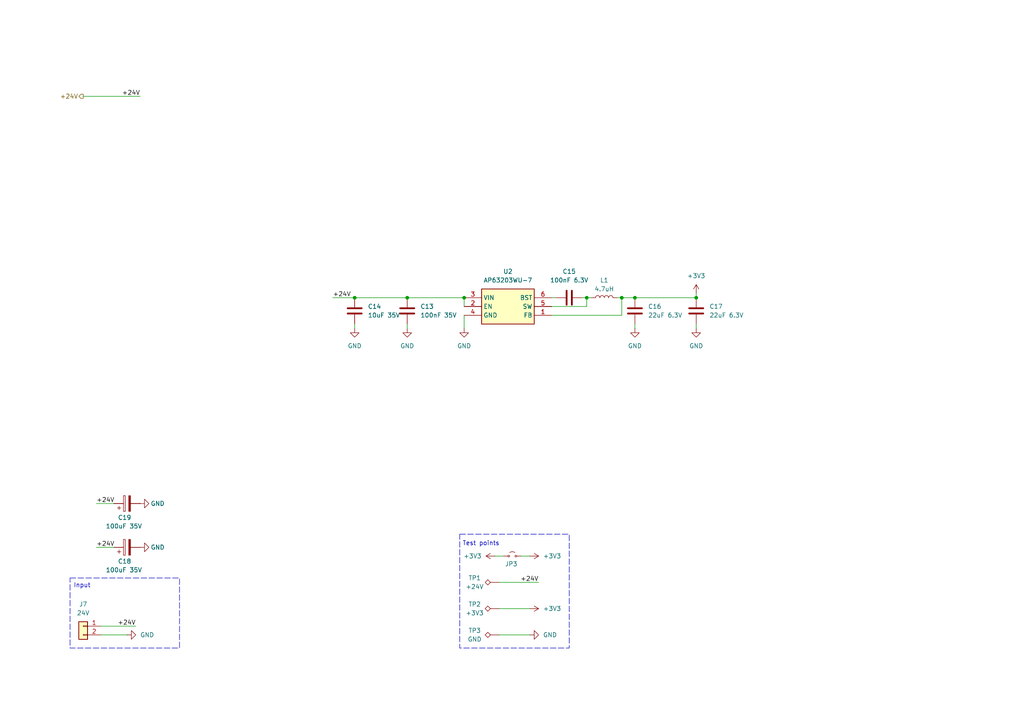
<source format=kicad_sch>
(kicad_sch (version 20231120) (generator "eeschema") (generator_version "8.0")
  (paper "A4")
  (title_block (title "ESPHome Cover PCB") (date "2024-05-12") (rev "1") (company "Tim"))
  (lib_symbols
    (symbol "Connector:TestPoint_Alt" (pin_numbers hide) (pin_names (offset 0.762) hide)
      (property "Reference" "TP" (at 0 6.858 0))
      (property "Value" "TestPoint_Alt" (at 0 5.08 0))
      (symbol "TestPoint_Alt_0_1"
        (polyline (pts (xy 0 2.54) (xy -0.762 3.302) (xy 0 4.064) (xy 0.762 3.302) (xy 0 2.54)))
      )
      (symbol "TestPoint_Alt_1_1"
        (pin passive line (at 0 0 90) (length 2.54) (name "1") (number "1"))
      )
    )
    (symbol "Connector_Generic:Conn_01x02" (pin_names (offset 1.016) hide)
      (property "Reference" "J" (at 0 2.54 0))
      (property "Value" "Conn_01x02" (at 0 -5.08 0))
      (symbol "Conn_01x02_1_1"
        (rectangle (start -1.27 -2.413) (end 0 -2.667) (stroke (width 0.1524)))
        (rectangle (start -1.27 0.127) (end 0 -0.127) (stroke (width 0.1524)))
        (rectangle (start -1.27 1.27) (end 1.27 -3.81) (stroke (width 0.254)) (fill (type background)))
        (pin passive line (at -5.08 0 0) (length 3.81) (name "Pin_1") (number "1"))
        (pin passive line (at -5.08 -2.54 0) (length 3.81) (name "Pin_2") (number "2"))
      )
    )
    (symbol "Device:C" (pin_numbers hide) (pin_names (offset 0.254))
      (property "Reference" "C" (at 0.635 2.54 0))
      (property "Value" "C" (at 0.635 -2.54 0))
      (symbol "C_0_1"
        (polyline (pts (xy -2.032 -0.762) (xy 2.032 -0.762)) (stroke (width 0.508)))
        (polyline (pts (xy -2.032 0.762) (xy 2.032 0.762)) (stroke (width 0.508)))
      )
      (symbol "C_1_1"
        (pin passive line (at 0 3.81 270) (length 2.794) (name "~") (number "1"))
        (pin passive line (at 0 -3.81 90) (length 2.794) (name "~") (number "2"))
      )
    )
    (symbol "Device:C_Polarized" (pin_numbers hide) (pin_names (offset 0.254))
      (property "Reference" "C" (at 0.635 2.54 0))
      (property "Value" "C_Polarized" (at 0.635 -2.54 0))
      (symbol "C_Polarized_0_1"
        (rectangle (start -2.286 0.508) (end 2.286 1.016))
        (polyline (pts (xy -1.778 2.286) (xy -0.762 2.286)))
        (polyline (pts (xy -1.27 2.794) (xy -1.27 1.778)))
        (rectangle (start 2.286 -0.508) (end -2.286 -1.016) (fill (type outline)))
      )
      (symbol "C_Polarized_1_1"
        (pin passive line (at 0 3.81 270) (length 2.794) (name "~") (number "1"))
        (pin passive line (at 0 -3.81 90) (length 2.794) (name "~") (number "2"))
      )
    )
    (symbol "Device:L" (pin_numbers hide) (pin_names (offset 1.016) hide)
      (property "Reference" "L" (at -1.27 0 90))
      (property "Value" "L" (at 1.905 0 90))
      (symbol "L_0_1"
        (arc (start 0 -2.54) (mid 0.6323 -1.905) (end 0 -1.27))
        (arc (start 0 -1.27) (mid 0.6323 -0.635) (end 0 0))
        (arc (start 0 0) (mid 0.6323 0.635) (end 0 1.27))
        (arc (start 0 1.27) (mid 0.6323 1.905) (end 0 2.54))
      )
      (symbol "L_1_1"
        (pin passive line (at 0 3.81 270) (length 1.27) (name "1") (number "1"))
        (pin passive line (at 0 -3.81 90) (length 1.27) (name "2") (number "2"))
      )
    )
    (symbol "Jumper:Jumper_2_Small_Open" (pin_numbers hide) (pin_names (offset 0) hide) (exclude_from_sim yes)
      (property "Reference" "JP" (at 0 2.794 0))
      (property "Value" "Jumper_2_Small_Open" (at 0 -2.286 0))
      (symbol "Jumper_2_Small_Open_0_0"
        (circle (center -1.016 0) (radius 0.254))
        (circle (center 1.016 0) (radius 0.254))
      )
      (symbol "Jumper_2_Small_Open_0_1"
        (arc (start 0.762 1.0196) (mid 0 1.2729) (end -0.762 1.0196))
      )
      (symbol "Jumper_2_Small_Open_1_1"
        (pin passive line (at -2.54 0 0) (length 1.27) (name "A") (number "1"))
        (pin passive line (at 2.54 0 180) (length 1.27) (name "B") (number "2"))
      )
    )
    (symbol "SamacSys_Parts:AP63203WU-7"
      (property "Reference" "U" (at 7.366 7.112 0))
      (property "Value" "AP63203WU-7" (at 7.366 4.572 0))
      (symbol "AP63203WU-7_1_1"
        (rectangle (start 5.08 2.54) (end 20.32 -7.62) (stroke (width 0.254)) (fill (type background)))
        (pin power_out line (at 25.4 -5.08 180) (length 5.08) (name "FB") (number "1"))
        (pin input line (at 0 -2.54 0) (length 5.08) (name "EN") (number "2"))
        (pin power_in line (at 0 0 0) (length 5.08) (name "VIN") (number "3"))
        (pin power_in line (at 0 -5.08 0) (length 5.08) (name "GND") (number "4"))
        (pin output line (at 25.4 -2.54 180) (length 5.08) (name "SW") (number "5"))
        (pin passive line (at 25.4 0 180) (length 5.08) (name "BST") (number "6"))
      )
    )
    (symbol "power:+3V3" (power) (pin_numbers hide) (pin_names (offset 0) hide)
      (property "Value" "+3V3" (at 0 3.556 0))
      (symbol "+3V3_0_1"
        (polyline (pts (xy -0.762 1.27) (xy 0 2.54)))
        (polyline (pts (xy 0 0) (xy 0 2.54)))
        (polyline (pts (xy 0 2.54) (xy 0.762 1.27)))
      )
      (symbol "+3V3_1_1"
        (pin power_in line (at 0 0 90) (length 0) (name "~") (number "1"))
      )
    )
    (symbol "power:GND" (power) (pin_numbers hide) (pin_names (offset 0) hide)
      (property "Value" "GND" (at 0 -3.81 0))
      (symbol "GND_0_1"
        (polyline (pts (xy 0 0) (xy 0 -1.27) (xy 1.27 -1.27) (xy 0 -2.54) (xy -1.27 -1.27) (xy 0 -1.27)))
      )
      (symbol "GND_1_1"
        (pin power_in line (at 0 0 270) (length 0) (name "~") (number "1"))
      )
    )
  )
  (junction (at 134.62 86.36))
  (junction (at 184.15 86.36))
  (junction (at 170.18 86.36))
  (junction (at 201.93 86.36))
  (junction (at 118.11 86.36))
  (junction (at 180.34 86.36))
  (junction (at 102.87 86.36))
  (wire (pts (xy 144.78 168.91) (xy 156.21 168.91)))
  (wire (pts (xy 170.18 88.9) (xy 170.18 86.36)))
  (wire (pts (xy 144.78 176.53) (xy 153.67 176.53)))
  (wire (pts (xy 143.51 161.29) (xy 146.05 161.29)))
  (wire (pts (xy 180.34 86.36) (xy 179.07 86.36)))
  (wire (pts (xy 27.94 146.05) (xy 33.02 146.05)))
  (wire (pts (xy 118.11 93.98) (xy 118.11 95.25)))
  (wire (pts (xy 170.18 86.36) (xy 168.91 86.36)))
  (wire (pts (xy 170.18 86.36) (xy 171.45 86.36)))
  (wire (pts (xy 27.94 158.75) (xy 33.02 158.75)))
  (wire (pts (xy 102.87 93.98) (xy 102.87 95.25)))
  (wire (pts (xy 134.62 91.44) (xy 134.62 95.25)))
  (wire (pts (xy 201.93 93.98) (xy 201.93 95.25)))
  (wire (pts (xy 160.02 91.44) (xy 180.34 91.44)))
  (wire (pts (xy 102.87 86.36) (xy 118.11 86.36)))
  (wire (pts (xy 184.15 86.36) (xy 180.34 86.36)))
  (wire (pts (xy 134.62 86.36) (xy 134.62 88.9)))
  (wire (pts (xy 144.78 184.15) (xy 153.67 184.15)))
  (wire (pts (xy 184.15 86.36) (xy 201.93 86.36)))
  (wire (pts (xy 24.13 27.94) (xy 40.64 27.94)))
  (wire (pts (xy 29.21 184.15) (xy 36.83 184.15)))
  (wire (pts (xy 201.93 85.09) (xy 201.93 86.36)))
  (wire (pts (xy 160.02 86.36) (xy 161.29 86.36)))
  (wire (pts (xy 160.02 88.9) (xy 170.18 88.9)))
  (wire (pts (xy 96.52 86.36) (xy 102.87 86.36)))
  (wire (pts (xy 180.34 91.44) (xy 180.34 86.36)))
  (wire (pts (xy 184.15 93.98) (xy 184.15 95.25)))
  (wire (pts (xy 151.13 161.29) (xy 153.67 161.29)))
  (wire (pts (xy 29.21 181.61) (xy 39.37 181.61)))
  (wire (pts (xy 118.11 86.36) (xy 134.62 86.36)))
  (rectangle (start 20.32 167.64) (end 52.07 187.96) (stroke (width 0) (type dash)))
  (rectangle (start 133.35 154.94) (end 165.1 187.96) (stroke (width 0) (type dash)))
  (text "Input" (at 21.336 169.164 0) (effects (font (size 1.27 1.27)) (justify left top)))
  (text "Test points" (at 134.112 156.972 0) (effects (font (size 1.27 1.27)) (justify left top)))
  (label "+24V" (at 96.52 86.36 0))
  (label "+24V" (at 156.21 168.91 180))
  (label "+24V" (at 39.37 181.61 180))
  (label "+24V" (at 27.94 146.05 0))
  (label "+24V" (at 40.64 27.94 180))
  (label "+24V" (at 27.94 158.75 0))
  (hierarchical_label "+24V" (shape output) (at 24.13 27.94 180))
  (symbol (lib_id "Device:C_Polarized") (at 36.83 146.05 90) (unit 1)
    (property "Reference" "C19" (at 38.1 150.114 90) (effects (justify left)))
    (property "Value" "100uF 35V" (at 41.2239 152.6214 90) (effects (justify left)))
    (property "Footprint" "Capacitor_SMD:CP_Elec_6.3x7.7" (effects (hide yes)))
    (property "Description" "Polarized capacitor" (effects (hide yes)))
    (property "LCSC" "C72478" (effects (hide yes)))
    (property "Mouser Part Number" "667-EEH-ZK1V101XP" (effects (hide yes)))
  )
  (symbol (lib_id "Device:C") (at 165.1 86.36 90) (unit 1)
    (property "Reference" "C15" (at 165.1 78.74 90))
    (property "Value" "100nF 6.3V" (at 165.1 81.28 90))
    (property "Footprint" "Capacitor_SMD:C_0603_1608Metric" (effects (hide yes)))
    (property "Description" "Unpolarized capacitor" (effects (hide yes)))
    (property "Mouser Part Number" "581-06036C104JAT2A" (effects (hide yes)))
  )
  (symbol (lib_id "Device:C") (at 102.87 90.17 0) (unit 1)
    (property "Reference" "C14" (at 106.68 88.8999 0) (effects (justify left)))
    (property "Value" "10uF 35V" (at 106.68 91.4399 0) (effects (justify left)))
    (property "Footprint" "Capacitor_SMD:C_0603_1608Metric" (effects (hide yes)))
    (property "Description" "Unpolarized capacitor" (effects (hide yes)))
    (property "LCSC" "C194427" (effects (hide yes)))
    (property "Mouser Part Number" "81-GRM188R6YA106MA3J" (effects (hide yes)))
  )
  (symbol (lib_id "Connector:TestPoint_Alt") (at 144.78 184.15 90) (unit 1)
    (property "Reference" "TP3" (at 137.668 182.88 90))
    (property "Value" "GND" (at 137.668 185.42 90))
    (property "Footprint" "TestPoint:TestPoint_Pad_1.0x1.0mm" (effects (hide yes)))
    (property "Description" "test point (alternative shape)" (effects (hide yes)))
  )
  (symbol (lib_id "power:GND") (at 184.15 95.25 0) (unit 1)
    (property "Reference" "#PWR043" (effects (hide yes)))
    (property "Value" "GND" (at 184.15 100.33 0))
    (property "Description" "Power symbol creates a global label with name \"GND\" , ground" (effects (hide yes)))
  )
  (symbol (lib_id "power:+3V3") (at 153.67 176.53 270) (unit 1)
    (property "Reference" "#PWR053" (effects (hide yes)))
    (property "Value" "+3V3" (at 157.48 176.5299 90) (effects (justify left)))
    (property "Description" "Power symbol creates a global label with name \"+3V3\"" (effects (hide yes)))
  )
  (symbol (lib_id "power:GND") (at 201.93 95.25 0) (unit 1)
    (property "Reference" "#PWR044" (effects (hide yes)))
    (property "Value" "GND" (at 201.93 100.33 0))
    (property "Description" "Power symbol creates a global label with name \"GND\" , ground" (effects (hide yes)))
  )
  (symbol (lib_id "Jumper:Jumper_2_Small_Open") (at 148.59 161.29 0) (unit 1) (exclude_from_sim yes) (in_bom no)
    (property "Reference" "JP3" (at 150.114 163.576 0) (effects (justify right)))
    (property "Footprint" "Jumper:SolderJumper-2_P1.3mm_Open_RoundedPad1.0x1.5mm" (effects (hide yes)))
    (property "Description" "Jumper, 2-pole, small symbol, open" (effects (hide yes)))
  )
  (symbol (lib_id "Device:L") (at 175.26 86.36 90) (unit 1)
    (property "Reference" "L1" (at 175.26 81.28 90))
    (property "Value" "4.7uH" (at 175.26 83.82 90))
    (property "Footprint" "Inductor_SMD:L_1812_4532Metric" (effects (hide yes)))
    (property "Description" "Inductor" (effects (hide yes)))
    (property "LCSC" "C394118" (effects (hide yes)))
    (property "Mouser Part Number" "871-B82432T1472K" (effects (hide yes)))
  )
  (symbol (lib_id "Connector:TestPoint_Alt") (at 144.78 176.53 90) (unit 1)
    (property "Reference" "TP2" (at 137.668 175.26 90))
    (property "Value" "+3V3" (at 137.668 177.8 90))
    (property "Footprint" "TestPoint:TestPoint_Pad_1.0x1.0mm" (effects (hide yes)))
    (property "Description" "test point (alternative shape)" (effects (hide yes)))
  )
  (symbol (lib_id "Device:C") (at 184.15 90.17 0) (unit 1)
    (property "Reference" "C16" (at 187.96 88.8999 0) (effects (justify left)))
    (property "Value" "22uF 6.3V" (at 187.96 91.4399 0) (effects (justify left)))
    (property "Footprint" "Capacitor_SMD:C_0603_1608Metric" (effects (hide yes)))
    (property "Description" "Unpolarized capacitor" (effects (hide yes)))
    (property "LCSC" "C159801" (effects (hide yes)))
    (property "Mouser Part Number" "963-MSASJ168BB5226MT" (effects (hide yes)))
  )
  (symbol (lib_id "SamacSys_Parts:AP63203WU-7") (at 134.62 86.36 0) (unit 1)
    (property "Reference" "U2" (at 147.32 78.74 0))
    (property "Value" "AP63203WU-7" (at 147.32 81.28 0))
    (property "Footprint" "Package_TO_SOT_SMD:TSOT-23-6" (effects (hide yes)))
    (property "Datasheet" "https://www.diodes.com/assets/Datasheets/AP63200-AP63201-AP63203-AP63205.pdf" (effects (hide yes)))
    (property "Description" "Switching Voltage Regulators DCDC Conv HV Buck TSOT26 T&R 3K" (effects (hide yes)))
    (property "Height" "1" (effects (hide yes)))
    (property "Mouser Part Number" "621-AP63203WU-7" (effects (hide yes)))
    (property "Mouser Price/Stock" "https://www.mouser.co.uk/ProductDetail/Diodes-Incorporated/AP63203WU-7?qs=u16ybLDytRZ1JqxbuLkMJw%3D%3D" (effects (hide yes)))
    (property "Manufacturer_Name" "Diodes Incorporated" (effects (hide yes)))
    (property "Manufacturer_Part_Number" "AP63203WU-7" (effects (hide yes)))
    (property "LCSC" "C780769" (effects (hide yes)))
  )
  (symbol (lib_id "power:GND") (at 36.83 184.15 90) (unit 1)
    (property "Reference" "#PWR01" (effects (hide yes)))
    (property "Value" "GND" (at 40.64 184.1499 90) (effects (justify right)))
    (property "Description" "Power symbol creates a global label with name \"GND\" , ground" (effects (hide yes)))
  )
  (symbol (lib_id "Device:C") (at 201.93 90.17 0) (unit 1)
    (property "Reference" "C17" (at 205.74 88.8999 0) (effects (justify left)))
    (property "Value" "22uF 6.3V" (at 205.74 91.4399 0) (effects (justify left)))
    (property "Footprint" "Capacitor_SMD:C_0603_1608Metric" (effects (hide yes)))
    (property "Description" "Unpolarized capacitor" (effects (hide yes)))
    (property "LCSC" "C159801" (effects (hide yes)))
    (property "Mouser Part Number" "963-MSASJ168BB5226MT" (effects (hide yes)))
  )
  (symbol (lib_id "Device:C") (at 118.11 90.17 0) (unit 1)
    (property "Reference" "C13" (at 121.92 88.8999 0) (effects (justify left)))
    (property "Value" "100nF 35V" (at 121.92 91.4399 0) (effects (justify left)))
    (property "Footprint" "Capacitor_SMD:C_0603_1608Metric" (effects (hide yes)))
    (property "Description" "Unpolarized capacitor" (effects (hide yes)))
    (property "LCSC" "C385964" (effects (hide yes)))
    (property "Mouser Part Number" "963-GMK107B7104KAHT" (effects (hide yes)))
  )
  (symbol (lib_id "power:GND") (at 134.62 95.25 0) (unit 1)
    (property "Reference" "#PWR07" (effects (hide yes)))
    (property "Value" "GND" (at 134.62 100.33 0))
    (property "Description" "Power symbol creates a global label with name \"GND\" , ground" (effects (hide yes)))
  )
  (symbol (lib_id "power:GND") (at 118.11 95.25 0) (unit 1)
    (property "Reference" "#PWR09" (effects (hide yes)))
    (property "Value" "GND" (at 118.11 100.33 0))
    (property "Description" "Power symbol creates a global label with name \"GND\" , ground" (effects (hide yes)))
  )
  (symbol (lib_id "power:GND") (at 102.87 95.25 0) (unit 1)
    (property "Reference" "#PWR08" (effects (hide yes)))
    (property "Value" "GND" (at 102.87 100.33 0))
    (property "Description" "Power symbol creates a global label with name \"GND\" , ground" (effects (hide yes)))
  )
  (symbol (lib_id "power:+3V3") (at 153.67 161.29 270) (unit 1)
    (property "Reference" "#PWR061" (effects (hide yes)))
    (property "Value" "+3V3" (at 157.48 161.2899 90) (effects (justify left)))
    (property "Description" "Power symbol creates a global label with name \"+3V3\"" (effects (hide yes)))
  )
  (symbol (lib_id "Device:C_Polarized") (at 36.83 158.75 90) (unit 1)
    (property "Reference" "C18" (at 38.1 162.814 90) (effects (justify left)))
    (property "Value" "100uF 35V" (at 41.2239 165.3214 90) (effects (justify left)))
    (property "Footprint" "Capacitor_SMD:CP_Elec_6.3x7.7" (effects (hide yes)))
    (property "Description" "Polarized capacitor" (effects (hide yes)))
    (property "LCSC" "C72478" (effects (hide yes)))
    (property "Mouser Part Number" "667-EEH-ZK1V101XP" (effects (hide yes)))
  )
  (symbol (lib_id "Connector:TestPoint_Alt") (at 144.78 168.91 90) (unit 1)
    (property "Reference" "TP1" (at 137.668 167.64 90))
    (property "Value" "+24V" (at 137.668 170.18 90))
    (property "Footprint" "TestPoint:TestPoint_Pad_1.0x1.0mm" (effects (hide yes)))
    (property "Description" "test point (alternative shape)" (effects (hide yes)))
  )
  (symbol (lib_id "power:+3V3") (at 143.51 161.29 90) (unit 1)
    (property "Reference" "#PWR060" (effects (hide yes)))
    (property "Value" "+3V3" (at 139.7 161.2899 90) (effects (justify left)))
    (property "Description" "Power symbol creates a global label with name \"+3V3\"" (effects (hide yes)))
  )
  (symbol (lib_id "Connector_Generic:Conn_01x02") (at 24.13 181.61 0) (mirror y) (unit 1)
    (property "Reference" "J7" (at 24.13 175.26 0))
    (property "Value" "24V" (at 24.13 177.8 0))
    (property "Footprint" "Connector_JST:JST_XH_B2B-XH-A_1x02_P2.50mm_Vertical" (effects (hide yes)))
    (property "Description" "Generic connector, single row, 01x02, script generated (kicad-library-utils/schlib/autogen/connector/)" (effects (hide yes)))
  )
  (symbol (lib_id "power:GND") (at 153.67 184.15 90) (unit 1)
    (property "Reference" "#PWR054" (effects (hide yes)))
    (property "Value" "GND" (at 157.48 184.1499 90) (effects (justify right)))
    (property "Description" "Power symbol creates a global label with name \"GND\" , ground" (effects (hide yes)))
  )
  (symbol (lib_id "power:GND") (at 40.64 146.05 90) (unit 1)
    (property "Reference" "#PWR046" (effects (hide yes)))
    (property "Value" "GND" (at 45.72 146.05 90))
    (property "Description" "Power symbol creates a global label with name \"GND\" , ground" (effects (hide yes)))
  )
  (symbol (lib_id "power:GND") (at 40.64 158.75 90) (unit 1)
    (property "Reference" "#PWR045" (effects (hide yes)))
    (property "Value" "GND" (at 45.72 158.75 90))
    (property "Description" "Power symbol creates a global label with name \"GND\" , ground" (effects (hide yes)))
  )
  (symbol (lib_id "power:+3V3") (at 201.93 85.09 0) (unit 1)
    (property "Reference" "#PWR040" (effects (hide yes)))
    (property "Value" "+3V3" (at 201.93 80.01 0))
    (property "Description" "Power symbol creates a global label with name \"+3V3\"" (effects (hide yes)))
  )
)
</source>
